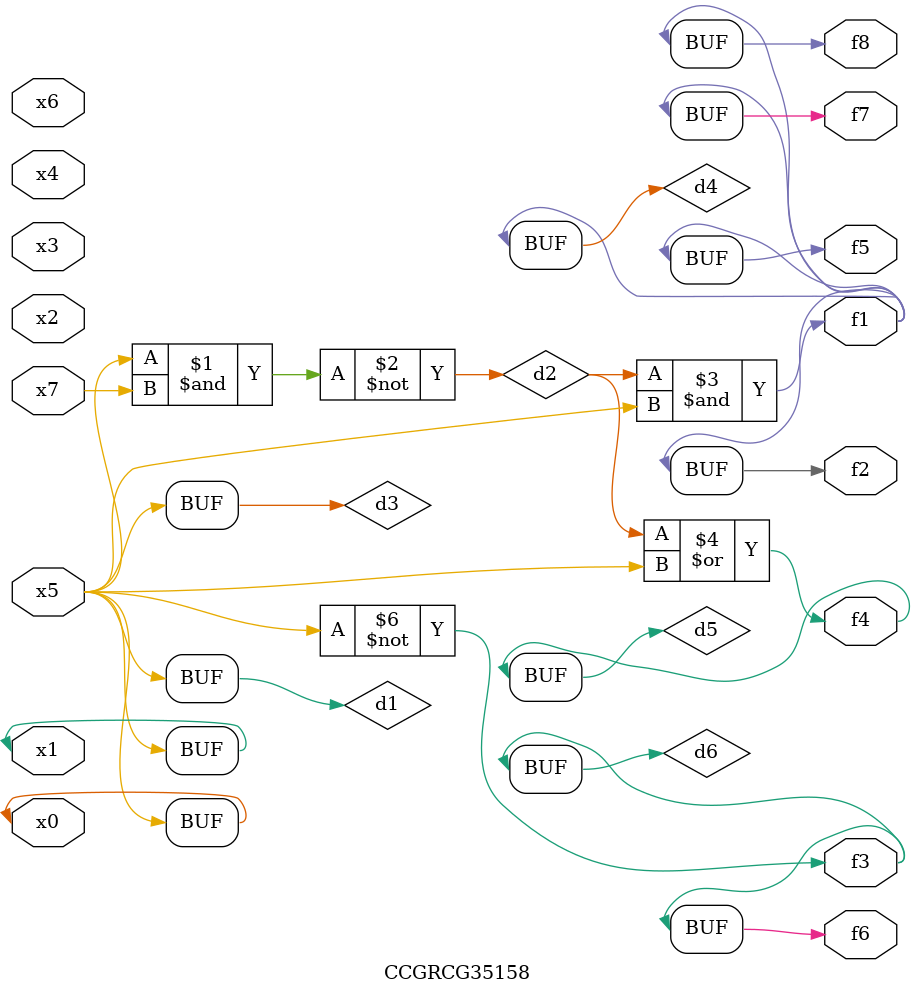
<source format=v>
module CCGRCG35158(
	input x0, x1, x2, x3, x4, x5, x6, x7,
	output f1, f2, f3, f4, f5, f6, f7, f8
);

	wire d1, d2, d3, d4, d5, d6;

	buf (d1, x0, x5);
	nand (d2, x5, x7);
	buf (d3, x0, x1);
	and (d4, d2, d3);
	or (d5, d2, d3);
	nor (d6, d1, d3);
	assign f1 = d4;
	assign f2 = d4;
	assign f3 = d6;
	assign f4 = d5;
	assign f5 = d4;
	assign f6 = d6;
	assign f7 = d4;
	assign f8 = d4;
endmodule

</source>
